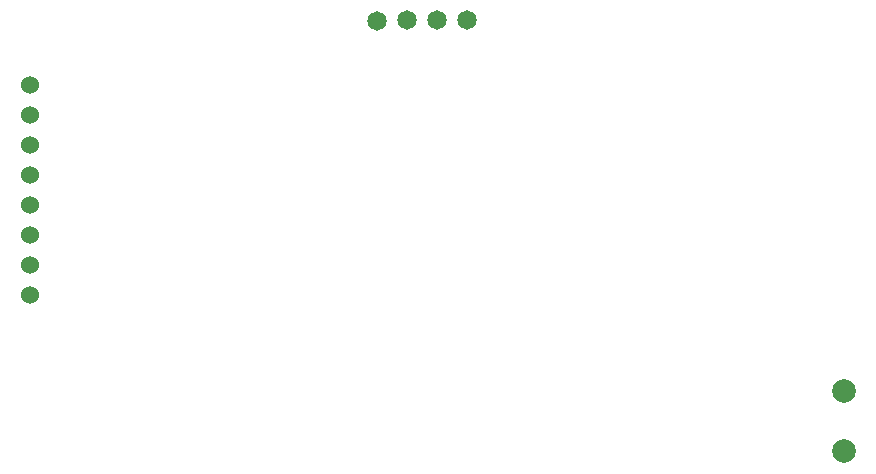
<source format=gbr>
%TF.GenerationSoftware,KiCad,Pcbnew,8.0.1*%
%TF.CreationDate,2024-06-22T21:51:16+08:00*%
%TF.ProjectId,car,6361722e-6b69-4636-9164-5f7063625858,rev?*%
%TF.SameCoordinates,Original*%
%TF.FileFunction,Paste,Bot*%
%TF.FilePolarity,Positive*%
%FSLAX46Y46*%
G04 Gerber Fmt 4.6, Leading zero omitted, Abs format (unit mm)*
G04 Created by KiCad (PCBNEW 8.0.1) date 2024-06-22 21:51:16*
%MOMM*%
%LPD*%
G01*
G04 APERTURE LIST*
%ADD10C,1.650000*%
%ADD11C,2.000000*%
%ADD12C,1.524000*%
G04 APERTURE END LIST*
D10*
%TO.C,OLED1*%
X171220000Y-86602000D03*
X173760000Y-86600000D03*
X176300000Y-86600000D03*
X178840000Y-86600000D03*
%TD*%
D11*
%TO.C,J13*%
X210700000Y-123040000D03*
X210700000Y-117960000D03*
%TD*%
D12*
%TO.C,MPU6050*%
X141800000Y-92100000D03*
X141800000Y-94640000D03*
X141800000Y-97180000D03*
X141800000Y-99720000D03*
X141800000Y-102260000D03*
X141800000Y-104800000D03*
X141800000Y-107340000D03*
X141800000Y-109880000D03*
%TD*%
M02*

</source>
